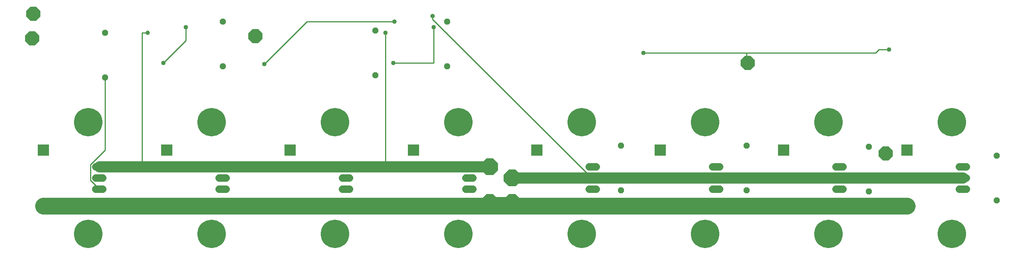
<source format=gbl>
G75*
G70*
%OFA0B0*%
%FSLAX24Y24*%
%IPPOS*%
%LPD*%
%AMOC8*
5,1,8,0,0,1.08239X$1,22.5*
%
%ADD10OC8,0.0520*%
%ADD11C,0.0660*%
%ADD12C,0.2540*%
%ADD13R,0.1000X0.1000*%
%ADD14OC8,0.1500*%
%ADD15OC8,0.1250*%
%ADD16C,0.0400*%
%ADD17C,0.1000*%
%ADD18C,0.0100*%
%ADD19C,0.0396*%
%ADD20C,0.1500*%
D10*
X055092Y007501D03*
X066292Y007501D03*
X077192Y007401D03*
X088592Y006601D03*
X088592Y010601D03*
X077192Y011401D03*
X066292Y011501D03*
X055092Y011501D03*
X033192Y017801D03*
X039592Y018601D03*
X033192Y021801D03*
X039592Y022601D03*
X019592Y022601D03*
X009092Y021601D03*
X019592Y018601D03*
X009092Y017601D03*
D11*
X008922Y009601D02*
X008262Y009601D01*
X008262Y008601D02*
X008922Y008601D01*
X008922Y007601D02*
X008262Y007601D01*
X019262Y007601D02*
X019922Y007601D01*
X019922Y008601D02*
X019262Y008601D01*
X019262Y009601D02*
X019922Y009601D01*
X030262Y009601D02*
X030922Y009601D01*
X030922Y008601D02*
X030262Y008601D01*
X030262Y007601D02*
X030922Y007601D01*
X041262Y007601D02*
X041922Y007601D01*
X041922Y008601D02*
X041262Y008601D01*
X041262Y009601D02*
X041922Y009601D01*
X052262Y009601D02*
X052922Y009601D01*
X052922Y008601D02*
X052262Y008601D01*
X052262Y007601D02*
X052922Y007601D01*
X063262Y007601D02*
X063922Y007601D01*
X063922Y008601D02*
X063262Y008601D01*
X063262Y009601D02*
X063922Y009601D01*
X074262Y009601D02*
X074922Y009601D01*
X074922Y008601D02*
X074262Y008601D01*
X074262Y007601D02*
X074922Y007601D01*
X085262Y007601D02*
X085922Y007601D01*
X085922Y008601D02*
X085262Y008601D01*
X085262Y009601D02*
X085922Y009601D01*
D12*
X007592Y003601D03*
X018592Y003601D03*
X029592Y003601D03*
X040592Y003601D03*
X051592Y003601D03*
X062592Y003601D03*
X073592Y003601D03*
X084592Y003601D03*
X084592Y013601D03*
X073592Y013601D03*
X062592Y013601D03*
X051592Y013601D03*
X040592Y013601D03*
X029592Y013601D03*
X018592Y013601D03*
X007592Y013601D03*
D13*
X003592Y011101D03*
X014592Y011101D03*
X025592Y011101D03*
X036592Y011101D03*
X047592Y011101D03*
X058592Y011101D03*
X069592Y011101D03*
X080592Y011101D03*
X080592Y006101D03*
X069592Y006101D03*
X058592Y006101D03*
X047592Y006101D03*
X036592Y006101D03*
X025592Y006101D03*
X014592Y006101D03*
X003592Y006101D03*
D14*
X043392Y006401D03*
X045392Y006401D03*
X045392Y008601D03*
X043392Y009601D03*
D15*
X066392Y018901D03*
X078692Y010801D03*
X022492Y021301D03*
X002692Y023301D03*
X002592Y021101D03*
D16*
X014292Y018901D03*
X023292Y018801D03*
X034092Y021601D03*
X034892Y022601D03*
X038292Y023101D03*
X038392Y022101D03*
X034792Y018901D03*
X016292Y022101D03*
X057092Y019801D03*
X078992Y020101D03*
D17*
X043392Y009601D02*
X041592Y009601D01*
X034092Y009601D01*
X030592Y009601D01*
X019592Y009601D01*
X012392Y009601D01*
X008592Y009601D01*
X043392Y006401D02*
X045392Y006401D01*
X045392Y006101D01*
X047592Y006101D01*
X045392Y008601D02*
X052592Y008601D01*
X063592Y008601D01*
X074592Y008601D01*
X085592Y008601D01*
D18*
X052592Y008601D02*
X052192Y008901D01*
X038292Y022801D01*
X038292Y023101D01*
X038392Y022101D02*
X038392Y018901D01*
X034792Y018901D01*
X034092Y021601D02*
X034092Y009601D01*
X012392Y009601D02*
X012392Y021601D01*
X012892Y021601D01*
X014292Y018901D02*
X016292Y020901D01*
X016292Y022101D01*
X023292Y018801D02*
X027092Y022601D01*
X034892Y022601D01*
X057092Y019801D02*
X066292Y019801D01*
X066292Y018901D01*
X066392Y018901D01*
X066292Y019801D02*
X077792Y019801D01*
X078092Y020101D01*
X078992Y020101D01*
X009092Y017601D02*
X009092Y011101D01*
X007792Y009801D01*
X007792Y008401D01*
X008592Y007601D01*
D19*
X012892Y021601D03*
D20*
X014592Y006101D02*
X003592Y006101D01*
X014592Y006101D02*
X025592Y006101D01*
X036592Y006101D01*
X047592Y006101D01*
X058592Y006101D01*
X069592Y006101D01*
X080592Y006101D01*
M02*

</source>
